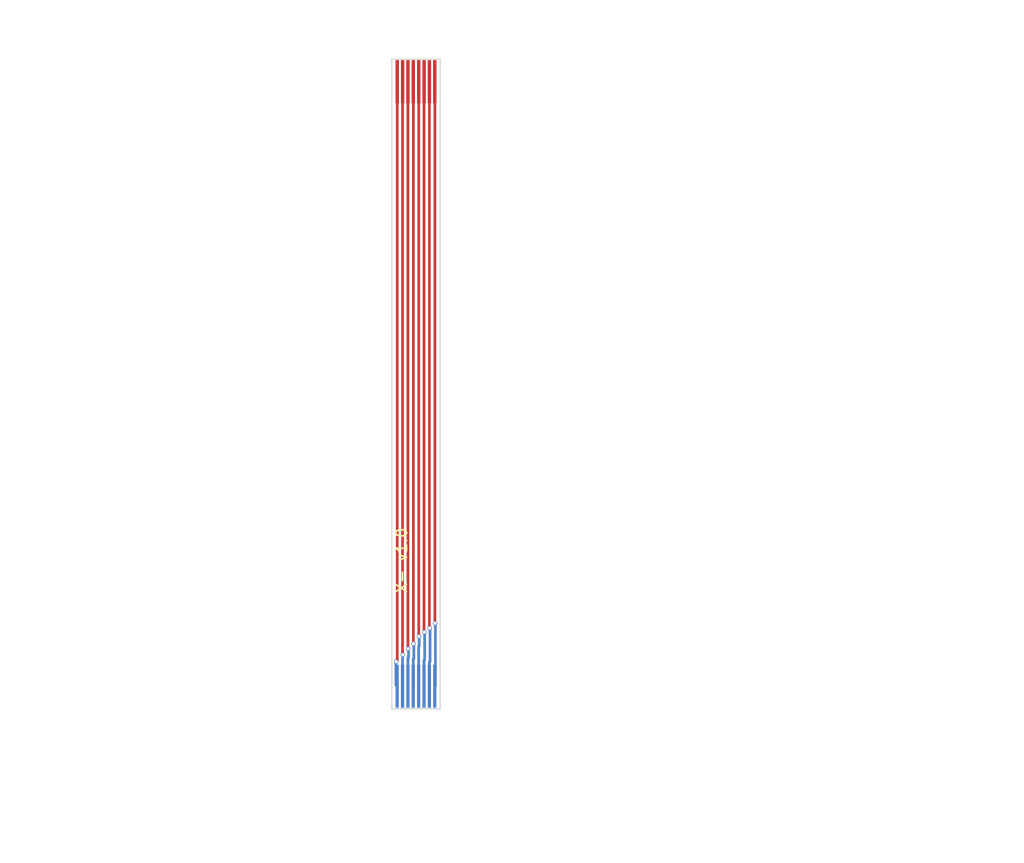
<source format=kicad_pcb>
(kicad_pcb (version 20221018) (generator pcbnew)
  (layers (0 "F.Cu" signal) (31 "B.Cu" signal) (34 "B.Paste" user) (35 "F.Paste" user) (36 "B.SilkS" user "B.Silkscreen") (37 "F.SilkS" user "F.Silkscreen") (38 "B.Mask" user) (39 "F.Mask" user) (44 "Edge.Cuts" user))
  (net 0 "")
  (net 1 "8")
  (net 2 "7")
  (net 3 "6")
  (net 4 "5")
  (net 5 "4")
  (net 6 "3")
  (net 7 "2")
  (net 8 "1")
  (footprint "STS_connector:flexpcb con." (layer "F.Cu") (at 122.8302 43.1222)
    (fp_text reference "J1" hide)
    (fp_text value "Conn_01x08_Male")
    (pad "1" smd rect (at 0.5 -2) (size 0.3 4) (layers "F.Cu" "F.Paste" "F.Mask") (net 1 "8"))
    (pad "2" smd rect (at 1 -2) (size 0.3 4) (layers "F.Cu" "F.Paste" "F.Mask") (net 2 "7"))
    (pad "3" smd rect (at 1.5 -2) (size 0.3 4) (layers "F.Cu" "F.Paste" "F.Mask") (net 3 "6"))
    (pad "4" smd rect (at 2 -2) (size 0.3 4) (layers "F.Cu" "F.Paste" "F.Mask") (net 4 "5"))
    (pad "5" smd rect (at 2.5 -2) (size 0.3 4) (layers "F.Cu" "F.Paste" "F.Mask") (net 5 "4"))
    (pad "6" smd rect (at 3 -2) (size 0.3 4) (layers "F.Cu" "F.Paste" "F.Mask") (net 6 "3"))
    (pad "7" smd rect (at 3.5 -2) (size 0.3 4) (layers "F.Cu" "F.Paste" "F.Mask") (net 7 "2"))
    (pad "8" smd rect (at 4 -2) (size 0.3 4) (layers "F.Cu" "F.Paste" "F.Mask") (net 8 "1"))
  )
  (footprint "STS_connector:flexpcb con." (layer "F.Cu") (at 122.8396 43.1222)
    (fp_text reference "J1" hide)
    (fp_text value "Conn_01x08_Male")
    (pad "1" smd rect (at 0.5 -2) (size 0.3 4) (layers "F.Cu" "F.Paste" "F.Mask") (net 1 "8"))
    (pad "2" smd rect (at 1 -2) (size 0.3 4) (layers "F.Cu" "F.Paste" "F.Mask") (net 2 "7"))
    (pad "3" smd rect (at 1.5 -2) (size 0.3 4) (layers "F.Cu" "F.Paste" "F.Mask") (net 3 "6"))
    (pad "4" smd rect (at 2 -2) (size 0.3 4) (layers "F.Cu" "F.Paste" "F.Mask") (net 4 "5"))
    (pad "5" smd rect (at 2.5 -2) (size 0.3 4) (layers "F.Cu" "F.Paste" "F.Mask") (net 5 "4"))
    (pad "6" smd rect (at 3 -2) (size 0.3 4) (layers "F.Cu" "F.Paste" "F.Mask") (net 6 "3"))
    (pad "7" smd rect (at 3.5 -2) (size 0.3 4) (layers "F.Cu" "F.Paste" "F.Mask") (net 7 "2"))
    (pad "8" smd rect (at 4 -2) (size 0.3 4) (layers "F.Cu" "F.Paste" "F.Mask") (net 8 "1"))
  )
  (footprint "STS_connector:flexpcb con." (layer "B.Cu") (at 127.3302 99.4222 180)
    (fp_text reference "J2" hide)
    (fp_text value "Conn_01x08_Male")
    (pad "1" smd rect (at 0.5 2 180) (size 0.3 4) (layers "B.Cu" "B.Paste" "B.Mask") (net 8 "1"))
    (pad "2" smd rect (at 1 2 180) (size 0.3 4) (layers "B.Cu" "B.Paste" "B.Mask") (net 7 "2"))
    (pad "3" smd rect (at 1.5 2 180) (size 0.3 4) (layers "B.Cu" "B.Paste" "B.Mask") (net 6 "3"))
    (pad "4" smd rect (at 2 2 180) (size 0.3 4) (layers "B.Cu" "B.Paste" "B.Mask") (net 5 "4"))
    (pad "5" smd rect (at 2.5 2 180) (size 0.3 4) (layers "B.Cu" "B.Paste" "B.Mask") (net 4 "5"))
    (pad "6" smd rect (at 3 2 180) (size 0.3 4) (layers "B.Cu" "B.Paste" "B.Mask") (net 3 "6"))
    (pad "7" smd rect (at 3.5 2 180) (size 0.3 4) (layers "B.Cu" "B.Paste" "B.Mask") (net 2 "7"))
    (pad "8" smd rect (at 4 2 180) (size 0.3 4) (layers "B.Cu" "B.Paste" "B.Mask") (net 1 "8"))
  )
  (gr_line (start 122.8302 39.0222) (end 127.3302 39.0222) (stroke (width 0.1)) (layer "Edge.Cuts"))
  (gr_line (start 122.8302 99.5222) (end 127.3302 99.5222) (stroke (width 0.1)) (layer "Edge.Cuts"))
  (gr_line (start 122.8302 39.0222) (end 122.8302 99.5222) (stroke (width 0.1)) (layer "Edge.Cuts"))
  (gr_line (start 127.3302 39.0222) (end 127.3302 99.5222) (stroke (width 0.1)) (layer "Edge.Cuts"))
  (gr_text "X- v1.0" (at 124.333 88.8492 90) (layer "F.SilkS") (effects (font (size 1 1)) (justify left bottom)))
  (segment (start 123.3396 41.1222) (end 123.3302 41.1222) (width 0.25) (layer "F.Cu") (net 1))
  (segment (start 123.3396 41.1222) (end 123.3396 94.9988) (width 0.25) (layer "F.Cu") (net 1))
  (segment (start 123.3396 94.9988) (end 123.2154 95.123) (width 0.25) (layer "F.Cu") (net 1))
  (via (at 123.2408 95.123) (size 0.4) (drill 0.3) (layers "F.Cu" "B.Cu") (net 1))
  (segment (start 123.2154 97.3074) (end 123.3302 97.4222) (width 0.25) (layer "B.Cu") (net 1))
  (segment (start 123.2154 95.123) (end 123.2154 97.3074) (width 0.25) (layer "B.Cu") (net 1))
  (segment (start 123.8302 41.1222) (end 123.8396 41.1222) (width 0.25) (layer "F.Cu") (net 2))
  (segment (start 123.8302 41.1222) (end 123.8302 94.4536) (width 0.25) (layer "F.Cu") (net 2))
  (segment (start 123.8302 94.4536) (end 123.8646 94.488) (width 0.25) (layer "F.Cu") (net 2))
  (via (at 123.8646 94.488) (size 0.4) (drill 0.3) (layers "F.Cu" "B.Cu") (net 2))
  (segment (start 123.8646 94.488) (end 123.8302 94.5224) (width 0.25) (layer "B.Cu") (net 2))
  (segment (start 123.8552 97.3972) (end 123.8302 97.4222) (width 0.25) (layer "B.Cu") (net 2))
  (segment (start 123.8552 97.3972) (end 123.8302 97.3722) (width 0.25) (layer "B.Cu") (net 2))
  (segment (start 123.8302 94.5224) (end 123.8302 97.4222) (width 0.25) (layer "B.Cu") (net 2))
  (segment (start 124.3302 41.1316) (end 124.3302 93.9062) (width 0.25) (layer "F.Cu") (net 3))
  (segment (start 124.3302 41.1222) (end 124.3396 41.1222) (width 0.25) (layer "F.Cu") (net 3))
  (segment (start 124.3302 93.9062) (end 124.3552 93.9312) (width 0.25) (layer "F.Cu") (net 3))
  (segment (start 124.3396 41.1222) (end 124.3302 41.1316) (width 0.25) (layer "F.Cu") (net 3))
  (via (at 124.3552 93.9312) (size 0.4) (drill 0.3) (layers "F.Cu" "B.Cu") (net 3))
  (segment (start 124.3302 97.4222) (end 124.3302 94.764863) (width 0.25) (layer "B.Cu") (net 3))
  (segment (start 124.3896 94.705463) (end 124.3896 93.9656) (width 0.25) (layer "B.Cu") (net 3))
  (segment (start 124.3896 93.9656) (end 124.3552 93.9312) (width 0.25) (layer "B.Cu") (net 3))
  (segment (start 124.3302 94.764863) (end 124.3896 94.705463) (width 0.25) (layer "B.Cu") (net 3))
  (segment (start 124.8396 41.1222) (end 124.8302 41.1222) (width 0.25) (layer "F.Cu") (net 4))
  (segment (start 124.8396 41.1222) (end 124.8396 93.441) (width 0.25) (layer "F.Cu") (net 4))
  (segment (start 124.8396 93.441) (end 124.8552 93.4566) (width 0.25) (layer "F.Cu") (net 4))
  (via (at 124.8552 93.4566) (size 0.4) (drill 0.3) (layers "F.Cu" "B.Cu") (net 4))
  (segment (start 124.8802 94.851259) (end 124.8802 93.4816) (width 0.25) (layer "B.Cu") (net 4))
  (segment (start 124.8302 94.901259) (end 124.8802 94.851259) (width 0.25) (layer "B.Cu") (net 4))
  (segment (start 124.8802 93.4816) (end 124.8552 93.4566) (width 0.25) (layer "B.Cu") (net 4))
  (segment (start 124.8302 97.4222) (end 124.8302 94.901259) (width 0.25) (layer "B.Cu") (net 4))
  (segment (start 125.3396 41.1222) (end 125.3302 41.1222) (width 0.25) (layer "F.Cu") (net 5))
  (segment (start 125.3396 92.7612) (end 125.3646 92.7862) (width 0.25) (layer "F.Cu") (net 5))
  (segment (start 125.3396 41.1222) (end 125.3396 92.7612) (width 0.25) (layer "F.Cu") (net 5))
  (via (at 125.3646 92.7862) (size 0.4) (drill 0.3) (layers "F.Cu" "B.Cu") (net 5))
  (segment (start 125.3302 97.4222) (end 125.3302 93.724063) (width 0.25) (layer "B.Cu") (net 5))
  (segment (start 125.3302 93.724063) (end 125.3802 93.674063) (width 0.25) (layer "B.Cu") (net 5))
  (segment (start 125.3802 93.674063) (end 125.3802 92.8018) (width 0.25) (layer "B.Cu") (net 5))
  (segment (start 125.3802 92.8018) (end 125.3646 92.7862) (width 0.25) (layer "B.Cu") (net 5))
  (segment (start 125.8302 41.1222) (end 125.8302 92.3454) (width 0.25) (layer "F.Cu") (net 6))
  (segment (start 125.8396 41.1222) (end 125.8302 41.1222) (width 0.25) (layer "F.Cu") (net 6))
  (segment (start 125.8302 92.3454) (end 125.8646 92.3798) (width 0.25) (layer "F.Cu") (net 6))
  (via (at 125.8646 92.3798) (size 0.4) (drill 0.3) (layers "F.Cu" "B.Cu") (net 6))
  (segment (start 125.8896 92.4048) (end 125.8896 94.9628) (width 0.25) (layer "B.Cu") (net 6))
  (segment (start 125.8896 94.9628) (end 125.8302 95.0222) (width 0.25) (layer "B.Cu") (net 6))
  (segment (start 125.8646 92.3798) (end 125.8896 92.4048) (width 0.25) (layer "B.Cu") (net 6))
  (segment (start 125.8302 95.0222) (end 125.8302 97.4222) (width 0.25) (layer "B.Cu") (net 6))
  (segment (start 126.3302 91.9644) (end 126.3646 91.9988) (width 0.25) (layer "F.Cu") (net 7))
  (segment (start 126.3302 41.1222) (end 126.3302 91.9644) (width 0.25) (layer "F.Cu") (net 7))
  (segment (start 126.3396 41.1222) (end 126.3302 41.1222) (width 0.25) (layer "F.Cu") (net 7))
  (via (at 126.3646 91.9988) (size 0.4) (drill 0.3) (layers "F.Cu" "B.Cu") (net 7))
  (segment (start 126.3552 97.3972) (end 126.3302 97.4222) (width 0.25) (layer "B.Cu") (net 7))
  (segment (start 126.3896 95.0972) (end 126.3302 95.1566) (width 0.25) (layer "B.Cu") (net 7))
  (segment (start 126.3896 92.0238) (end 126.3896 95.0972) (width 0.25) (layer "B.Cu") (net 7))
  (segment (start 126.3302 95.1566) (end 126.3302 97.4222) (width 0.25) (layer "B.Cu") (net 7))
  (segment (start 126.3646 91.9988) (end 126.3896 92.0238) (width 0.25) (layer "B.Cu") (net 7))
  (segment (start 126.8396 91.526) (end 126.8552 91.5416) (width 0.25) (layer "F.Cu") (net 8))
  (segment (start 126.8396 41.1222) (end 126.8396 91.526) (width 0.25) (layer "F.Cu") (net 8))
  (segment (start 126.8302 41.1222) (end 126.8396 41.1222) (width 0.25) (layer "F.Cu") (net 8))
  (via (at 126.8552 91.5416) (size 0.4) (drill 0.3) (layers "F.Cu" "B.Cu") (net 8))
  (segment (start 126.8552 91.5416) (end 126.8896 91.576) (width 0.25) (layer "B.Cu") (net 8))
  (segment (start 126.8896 97.3628) (end 126.8302 97.4222) (width 0.25) (layer "B.Cu") (net 8))
  (segment (start 126.8896 91.576) (end 126.8896 97.3628) (width 0.25) (layer "B.Cu") (net 8))
)
</source>
